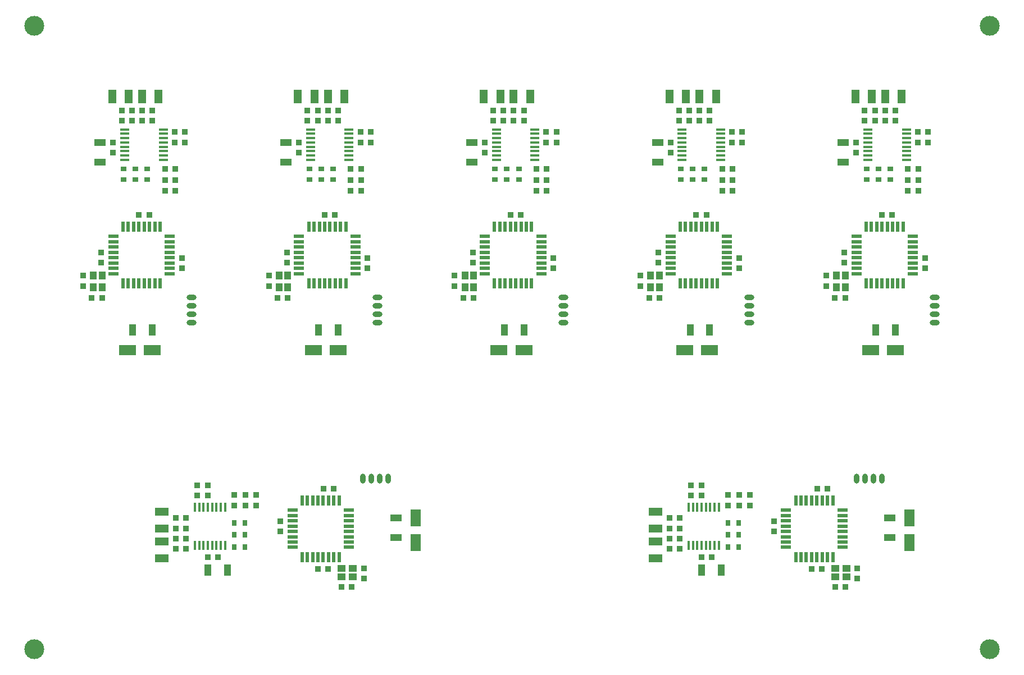
<source format=gtp>
G04*
G04 #@! TF.GenerationSoftware,Altium Limited,Altium Designer,20.2.6 (244)*
G04*
G04 Layer_Color=8421504*
%FSLAX25Y25*%
%MOIN*%
G70*
G04*
G04 #@! TF.SameCoordinates,E18C8A27-7A4C-4C86-8F13-DB4CBD3CA756*
G04*
G04*
G04 #@! TF.FilePolarity,Positive*
G04*
G01*
G75*
%ADD10C,0.11811*%
%ADD11R,0.05906X0.02362*%
%ADD12R,0.02362X0.05906*%
%ADD13R,0.03740X0.03543*%
G04:AMPARAMS|DCode=14|XSize=31.5mil|YSize=59.06mil|CornerRadius=15.75mil|HoleSize=0mil|Usage=FLASHONLY|Rotation=360.000|XOffset=0mil|YOffset=0mil|HoleType=Round|Shape=RoundedRectangle|*
%AMROUNDEDRECTD14*
21,1,0.03150,0.02756,0,0,360.0*
21,1,0.00000,0.05906,0,0,360.0*
1,1,0.03150,0.00000,-0.01378*
1,1,0.03150,0.00000,-0.01378*
1,1,0.03150,0.00000,0.01378*
1,1,0.03150,0.00000,0.01378*
%
%ADD14ROUNDEDRECTD14*%
%ADD15R,0.06496X0.09843*%
%ADD16R,0.04528X0.03937*%
%ADD17R,0.03543X0.03740*%
%ADD18R,0.06890X0.04331*%
%ADD19R,0.04331X0.06890*%
%ADD20R,0.03150X0.03740*%
%ADD21R,0.07874X0.04724*%
%ADD22R,0.01772X0.05512*%
%ADD27R,0.03740X0.03543*%
G04:AMPARAMS|DCode=28|XSize=31.5mil|YSize=59.06mil|CornerRadius=15.75mil|HoleSize=0mil|Usage=FLASHONLY|Rotation=0.000|XOffset=0mil|YOffset=0mil|HoleType=Round|Shape=RoundedRectangle|*
%AMROUNDEDRECTD28*
21,1,0.03150,0.02756,0,0,0.0*
21,1,0.00000,0.05906,0,0,0.0*
1,1,0.03150,0.00000,-0.01378*
1,1,0.03150,0.00000,-0.01378*
1,1,0.03150,0.00000,0.01378*
1,1,0.03150,0.00000,0.01378*
%
%ADD28ROUNDEDRECTD28*%
%ADD29R,0.06496X0.09843*%
%ADD30R,0.04528X0.03937*%
%ADD31R,0.07874X0.04724*%
%ADD32R,0.01772X0.05512*%
G04:AMPARAMS|DCode=33|XSize=31.5mil|YSize=59.06mil|CornerRadius=15.75mil|HoleSize=0mil|Usage=FLASHONLY|Rotation=270.000|XOffset=0mil|YOffset=0mil|HoleType=Round|Shape=RoundedRectangle|*
%AMROUNDEDRECTD33*
21,1,0.03150,0.02756,0,0,270.0*
21,1,0.00000,0.05906,0,0,270.0*
1,1,0.03150,-0.01378,0.00000*
1,1,0.03150,-0.01378,0.00000*
1,1,0.03150,0.01378,0.00000*
1,1,0.03150,0.01378,0.00000*
%
%ADD33ROUNDEDRECTD33*%
%ADD34R,0.09843X0.06496*%
%ADD35R,0.03937X0.04528*%
%ADD36R,0.03740X0.03150*%
%ADD37R,0.04724X0.07874*%
%ADD38R,0.05512X0.01772*%
D10*
X11811Y11811D02*
D03*
X578740Y11811D02*
D03*
Y381890D02*
D03*
X11811Y381890D02*
D03*
D11*
X491390Y91092D02*
D03*
Y87942D02*
D03*
Y94242D02*
D03*
Y81643D02*
D03*
Y78494D02*
D03*
Y84793D02*
D03*
Y75344D02*
D03*
Y72194D02*
D03*
X457926Y94242D02*
D03*
Y87942D02*
D03*
Y84793D02*
D03*
Y91092D02*
D03*
Y78494D02*
D03*
Y75344D02*
D03*
Y81643D02*
D03*
Y72194D02*
D03*
X198413Y91092D02*
D03*
Y87942D02*
D03*
Y94242D02*
D03*
Y81643D02*
D03*
Y78494D02*
D03*
Y84793D02*
D03*
Y75344D02*
D03*
Y72194D02*
D03*
X164949Y94242D02*
D03*
Y87942D02*
D03*
Y84793D02*
D03*
Y91092D02*
D03*
Y78494D02*
D03*
Y75344D02*
D03*
Y81643D02*
D03*
Y72194D02*
D03*
X92161Y247431D02*
D03*
Y244282D02*
D03*
Y250581D02*
D03*
Y237983D02*
D03*
Y234833D02*
D03*
Y241132D02*
D03*
X58697Y234833D02*
D03*
Y247431D02*
D03*
Y244282D02*
D03*
Y250581D02*
D03*
Y237983D02*
D03*
Y241132D02*
D03*
X92161Y256880D02*
D03*
Y253731D02*
D03*
X58697D02*
D03*
Y256880D02*
D03*
X202398Y247431D02*
D03*
Y244282D02*
D03*
Y250581D02*
D03*
Y237983D02*
D03*
Y234833D02*
D03*
Y241132D02*
D03*
X168933Y234833D02*
D03*
Y247431D02*
D03*
Y244282D02*
D03*
Y250581D02*
D03*
Y237983D02*
D03*
Y241132D02*
D03*
X202398Y256880D02*
D03*
Y253731D02*
D03*
X168933D02*
D03*
Y256880D02*
D03*
X312634Y247431D02*
D03*
Y244282D02*
D03*
Y250581D02*
D03*
Y237983D02*
D03*
Y234833D02*
D03*
Y241132D02*
D03*
X279169Y234833D02*
D03*
Y247431D02*
D03*
Y244282D02*
D03*
Y250581D02*
D03*
Y237983D02*
D03*
Y241132D02*
D03*
X312634Y256880D02*
D03*
Y253731D02*
D03*
X279169D02*
D03*
Y256880D02*
D03*
X422870Y247431D02*
D03*
Y244282D02*
D03*
Y250581D02*
D03*
Y237983D02*
D03*
Y234833D02*
D03*
Y241132D02*
D03*
X389405Y234833D02*
D03*
Y247431D02*
D03*
Y244282D02*
D03*
Y250581D02*
D03*
Y237983D02*
D03*
Y241132D02*
D03*
X422870Y256880D02*
D03*
Y253731D02*
D03*
X389405D02*
D03*
Y256880D02*
D03*
X533106Y247431D02*
D03*
Y244282D02*
D03*
Y250581D02*
D03*
Y237983D02*
D03*
Y234833D02*
D03*
Y241132D02*
D03*
X499642Y234833D02*
D03*
Y247431D02*
D03*
Y244282D02*
D03*
Y250581D02*
D03*
Y237983D02*
D03*
Y241132D02*
D03*
X533106Y256880D02*
D03*
Y253731D02*
D03*
X499642D02*
D03*
Y256880D02*
D03*
D12*
X473083Y99950D02*
D03*
X476233D02*
D03*
X469934D02*
D03*
X482532D02*
D03*
X485681D02*
D03*
X479382D02*
D03*
X485681Y66486D02*
D03*
X473083D02*
D03*
X476233D02*
D03*
X469934D02*
D03*
X482532D02*
D03*
X479382D02*
D03*
X463634Y99950D02*
D03*
X466784D02*
D03*
Y66486D02*
D03*
X463634D02*
D03*
X180106Y99950D02*
D03*
X183256D02*
D03*
X176957D02*
D03*
X189555D02*
D03*
X192705D02*
D03*
X186405D02*
D03*
X192705Y66486D02*
D03*
X180106D02*
D03*
X183256D02*
D03*
X176957D02*
D03*
X189555D02*
D03*
X186405D02*
D03*
X170657Y99950D02*
D03*
X173807D02*
D03*
Y66486D02*
D03*
X170657D02*
D03*
X83303Y229124D02*
D03*
X80154D02*
D03*
X86453D02*
D03*
X73854D02*
D03*
X70705D02*
D03*
X77004D02*
D03*
X67555D02*
D03*
X64406D02*
D03*
X86453Y262589D02*
D03*
X80154D02*
D03*
X77004D02*
D03*
X83303D02*
D03*
X70705D02*
D03*
X67555D02*
D03*
X73854D02*
D03*
X64406D02*
D03*
X193539Y229124D02*
D03*
X190390D02*
D03*
X196689D02*
D03*
X184090D02*
D03*
X180941D02*
D03*
X187240D02*
D03*
X177791D02*
D03*
X174642D02*
D03*
X196689Y262589D02*
D03*
X190390D02*
D03*
X187240D02*
D03*
X193539D02*
D03*
X180941D02*
D03*
X177791D02*
D03*
X184090D02*
D03*
X174642D02*
D03*
X303776Y229124D02*
D03*
X300626D02*
D03*
X306925D02*
D03*
X294327D02*
D03*
X291177D02*
D03*
X297476D02*
D03*
X288028D02*
D03*
X284878D02*
D03*
X306925Y262589D02*
D03*
X300626D02*
D03*
X297476D02*
D03*
X303776D02*
D03*
X291177D02*
D03*
X288028D02*
D03*
X294327D02*
D03*
X284878D02*
D03*
X414012Y229124D02*
D03*
X410862D02*
D03*
X417161D02*
D03*
X404563D02*
D03*
X401413D02*
D03*
X407713D02*
D03*
X398264D02*
D03*
X395114D02*
D03*
X417161Y262589D02*
D03*
X410862D02*
D03*
X407713D02*
D03*
X414012D02*
D03*
X401413D02*
D03*
X398264D02*
D03*
X404563D02*
D03*
X395114D02*
D03*
X524248Y229124D02*
D03*
X521098D02*
D03*
X527398D02*
D03*
X514799D02*
D03*
X511650D02*
D03*
X517949D02*
D03*
X508500D02*
D03*
X505350D02*
D03*
X527398Y262589D02*
D03*
X521098D02*
D03*
X517949D02*
D03*
X524248D02*
D03*
X511650D02*
D03*
X508500D02*
D03*
X514799D02*
D03*
X505350D02*
D03*
D13*
X450780Y87746D02*
D03*
Y81643D02*
D03*
X500248Y59793D02*
D03*
Y53691D02*
D03*
X407670Y109005D02*
D03*
Y102903D02*
D03*
X401469D02*
D03*
Y109005D02*
D03*
X423516Y103199D02*
D03*
Y97096D02*
D03*
X430012Y103199D02*
D03*
Y97096D02*
D03*
X394776Y89616D02*
D03*
Y83513D02*
D03*
X388674D02*
D03*
Y89616D02*
D03*
X436508Y103199D02*
D03*
Y97096D02*
D03*
X108492Y102903D02*
D03*
Y109005D02*
D03*
X101799Y89616D02*
D03*
Y83513D02*
D03*
X95697D02*
D03*
Y89616D02*
D03*
X51512Y241329D02*
D03*
Y247431D02*
D03*
X40783Y227451D02*
D03*
Y233554D02*
D03*
X99346Y237983D02*
D03*
Y244085D02*
D03*
X63618Y325739D02*
D03*
Y331841D02*
D03*
X69721Y325739D02*
D03*
Y331841D02*
D03*
X58598Y312747D02*
D03*
Y306644D02*
D03*
X161748Y241329D02*
D03*
Y247431D02*
D03*
X151020Y227451D02*
D03*
Y233554D02*
D03*
X209583Y237983D02*
D03*
Y244085D02*
D03*
X173854Y325739D02*
D03*
Y331841D02*
D03*
X179957Y325739D02*
D03*
Y331841D02*
D03*
X168835Y312747D02*
D03*
Y306644D02*
D03*
X271984Y241329D02*
D03*
Y247431D02*
D03*
X261256Y227451D02*
D03*
Y233554D02*
D03*
X319819Y237983D02*
D03*
Y244085D02*
D03*
X284090Y325739D02*
D03*
Y331841D02*
D03*
X290193Y325739D02*
D03*
Y331841D02*
D03*
X279071Y312747D02*
D03*
Y306644D02*
D03*
X382220Y241329D02*
D03*
Y247431D02*
D03*
X371492Y227451D02*
D03*
Y233554D02*
D03*
X430055Y237983D02*
D03*
Y244085D02*
D03*
X394327Y325739D02*
D03*
Y331841D02*
D03*
X400429Y325739D02*
D03*
Y331841D02*
D03*
X389307Y312747D02*
D03*
Y306644D02*
D03*
X492457Y241329D02*
D03*
Y247431D02*
D03*
X481728Y227451D02*
D03*
Y233554D02*
D03*
X540291Y237983D02*
D03*
Y244085D02*
D03*
X504563Y325739D02*
D03*
Y331841D02*
D03*
X510665Y325739D02*
D03*
Y331841D02*
D03*
X499543Y312747D02*
D03*
Y306644D02*
D03*
D14*
X499874Y113041D02*
D03*
X504874D02*
D03*
X509874D02*
D03*
X514874D02*
D03*
D15*
X531095Y89655D02*
D03*
Y74891D02*
D03*
D16*
X493851Y59793D02*
D03*
Y54675D02*
D03*
X486961Y59793D02*
D03*
Y54675D02*
D03*
D17*
X479185Y59301D02*
D03*
X473083D02*
D03*
X493063Y48572D02*
D03*
X486961D02*
D03*
X482532Y107135D02*
D03*
X476430D02*
D03*
X394776Y71407D02*
D03*
X388674D02*
D03*
X394776Y77509D02*
D03*
X388674D02*
D03*
X407768Y66387D02*
D03*
X413870D02*
D03*
X186209Y59301D02*
D03*
X180106D02*
D03*
X200086Y48572D02*
D03*
X193984D02*
D03*
X189555Y107135D02*
D03*
X183453D02*
D03*
X101799Y71407D02*
D03*
X95697D02*
D03*
X101799Y77509D02*
D03*
X95697D02*
D03*
X114791Y66387D02*
D03*
X120894D02*
D03*
X79957Y269735D02*
D03*
X73854D02*
D03*
X52004Y220266D02*
D03*
X45902D02*
D03*
X101216Y312845D02*
D03*
X95114D02*
D03*
Y319046D02*
D03*
X101216D02*
D03*
X95409Y296998D02*
D03*
X89307D02*
D03*
X95409Y290502D02*
D03*
X89307D02*
D03*
X81827Y325739D02*
D03*
X75724D02*
D03*
Y331841D02*
D03*
X81827D02*
D03*
X95409Y284006D02*
D03*
X89307D02*
D03*
X190193Y269735D02*
D03*
X184090D02*
D03*
X162240Y220266D02*
D03*
X156138D02*
D03*
X211453Y312845D02*
D03*
X205350D02*
D03*
Y319046D02*
D03*
X211453D02*
D03*
X205646Y296998D02*
D03*
X199543D02*
D03*
X205646Y290502D02*
D03*
X199543D02*
D03*
X192063Y325739D02*
D03*
X185961D02*
D03*
Y331841D02*
D03*
X192063D02*
D03*
X205646Y284006D02*
D03*
X199543D02*
D03*
X300429Y269735D02*
D03*
X294327D02*
D03*
X272476Y220266D02*
D03*
X266374D02*
D03*
X321689Y312845D02*
D03*
X315587D02*
D03*
Y319046D02*
D03*
X321689D02*
D03*
X315882Y296998D02*
D03*
X309780D02*
D03*
X315882Y290502D02*
D03*
X309780D02*
D03*
X302299Y325739D02*
D03*
X296197D02*
D03*
Y331841D02*
D03*
X302299D02*
D03*
X315882Y284006D02*
D03*
X309780D02*
D03*
X410665Y269735D02*
D03*
X404563D02*
D03*
X382713Y220266D02*
D03*
X376610D02*
D03*
X431925Y312845D02*
D03*
X425823D02*
D03*
Y319046D02*
D03*
X431925D02*
D03*
X426118Y296998D02*
D03*
X420016D02*
D03*
X426118Y290502D02*
D03*
X420016D02*
D03*
X412535Y325739D02*
D03*
X406433D02*
D03*
Y331841D02*
D03*
X412535D02*
D03*
X426118Y284006D02*
D03*
X420016D02*
D03*
X520902Y269735D02*
D03*
X514799D02*
D03*
X492949Y220266D02*
D03*
X486846D02*
D03*
X542161Y312845D02*
D03*
X536059D02*
D03*
Y319046D02*
D03*
X542161D02*
D03*
X536354Y296998D02*
D03*
X530252D02*
D03*
X536354Y290502D02*
D03*
X530252D02*
D03*
X522772Y325739D02*
D03*
X516669D02*
D03*
Y331841D02*
D03*
X522772D02*
D03*
X536354Y284006D02*
D03*
X530252D02*
D03*
D18*
X519284Y78041D02*
D03*
Y89655D02*
D03*
X226307Y78041D02*
D03*
Y89655D02*
D03*
X50921Y312747D02*
D03*
Y301132D02*
D03*
X161158Y312747D02*
D03*
Y301132D02*
D03*
X271394Y312747D02*
D03*
Y301132D02*
D03*
X381630Y312747D02*
D03*
Y301132D02*
D03*
X491866Y312747D02*
D03*
Y301132D02*
D03*
D19*
X407768Y58710D02*
D03*
X419382D02*
D03*
X114791Y58710D02*
D03*
X126405D02*
D03*
X70252Y201231D02*
D03*
X81866D02*
D03*
X180488D02*
D03*
X192102D02*
D03*
X290724D02*
D03*
X302339D02*
D03*
X400961D02*
D03*
X412575D02*
D03*
X511197D02*
D03*
X522811D02*
D03*
D20*
X423516Y86663D02*
D03*
X429815D02*
D03*
X423516Y79576D02*
D03*
X429815D02*
D03*
X423516Y72490D02*
D03*
X429815D02*
D03*
X130539Y86663D02*
D03*
X136838D02*
D03*
X130539Y79576D02*
D03*
X136838D02*
D03*
X130539Y72490D02*
D03*
X136838D02*
D03*
D21*
X380504Y93356D02*
D03*
Y83513D02*
D03*
Y75639D02*
D03*
Y65797D02*
D03*
D22*
X402650Y73277D02*
D03*
X400091D02*
D03*
Y96112D02*
D03*
X402650D02*
D03*
X405209D02*
D03*
X410327Y73277D02*
D03*
X405209D02*
D03*
X407768D02*
D03*
X412886D02*
D03*
X415445D02*
D03*
X418004D02*
D03*
X412886Y96112D02*
D03*
X415445D02*
D03*
X407768D02*
D03*
X410327D02*
D03*
X418004D02*
D03*
D27*
X157803Y87746D02*
D03*
Y81643D02*
D03*
X207272Y59793D02*
D03*
Y53691D02*
D03*
X114693Y109005D02*
D03*
Y102903D02*
D03*
X130539Y103198D02*
D03*
Y97096D02*
D03*
X137035Y103198D02*
D03*
Y97096D02*
D03*
X143531Y103198D02*
D03*
Y97096D02*
D03*
D28*
X206898Y113041D02*
D03*
X211898D02*
D03*
X216898D02*
D03*
X221898D02*
D03*
D29*
X238118Y89655D02*
D03*
Y74891D02*
D03*
D30*
X200874Y59793D02*
D03*
Y54675D02*
D03*
X193984Y59793D02*
D03*
Y54675D02*
D03*
D31*
X87528Y93356D02*
D03*
Y83513D02*
D03*
Y75639D02*
D03*
Y65797D02*
D03*
D32*
X109673Y73277D02*
D03*
X107114D02*
D03*
Y96112D02*
D03*
X109673D02*
D03*
X112232D02*
D03*
X117350Y73277D02*
D03*
X112232D02*
D03*
X114791D02*
D03*
X119909D02*
D03*
X122468D02*
D03*
X125028D02*
D03*
X119909Y96112D02*
D03*
X122468D02*
D03*
X114791D02*
D03*
X117350D02*
D03*
X125028D02*
D03*
D33*
X105252Y220640D02*
D03*
Y215640D02*
D03*
Y210640D02*
D03*
Y205640D02*
D03*
X215488Y220640D02*
D03*
Y215640D02*
D03*
Y210640D02*
D03*
Y205640D02*
D03*
X325724Y220640D02*
D03*
Y215640D02*
D03*
Y210640D02*
D03*
Y205640D02*
D03*
X435960Y220640D02*
D03*
Y215640D02*
D03*
Y210640D02*
D03*
Y205640D02*
D03*
X546197Y220640D02*
D03*
Y215640D02*
D03*
Y210640D02*
D03*
Y205640D02*
D03*
D34*
X81866Y189420D02*
D03*
X67102D02*
D03*
X192102D02*
D03*
X177339D02*
D03*
X302339D02*
D03*
X287575D02*
D03*
X412575D02*
D03*
X397811D02*
D03*
X522811D02*
D03*
X508047D02*
D03*
D35*
X52004Y226664D02*
D03*
X46886D02*
D03*
X52004Y233554D02*
D03*
X46886D02*
D03*
X162240Y226664D02*
D03*
X157122D02*
D03*
X162240Y233554D02*
D03*
X157122D02*
D03*
X272476Y226664D02*
D03*
X267358D02*
D03*
X272476Y233554D02*
D03*
X267358D02*
D03*
X382713Y226664D02*
D03*
X377594D02*
D03*
X382713Y233554D02*
D03*
X377594D02*
D03*
X492949Y226664D02*
D03*
X487831D02*
D03*
X492949Y233554D02*
D03*
X487831D02*
D03*
D36*
X78874Y296999D02*
D03*
Y290699D02*
D03*
X71787Y296999D02*
D03*
Y290699D02*
D03*
X64701Y296999D02*
D03*
Y290699D02*
D03*
X189110Y296999D02*
D03*
Y290699D02*
D03*
X182024Y296999D02*
D03*
Y290699D02*
D03*
X174937Y296999D02*
D03*
Y290699D02*
D03*
X299346Y296999D02*
D03*
Y290699D02*
D03*
X292260Y296999D02*
D03*
Y290699D02*
D03*
X285173Y296999D02*
D03*
Y290699D02*
D03*
X409583Y296999D02*
D03*
Y290699D02*
D03*
X402496Y296999D02*
D03*
Y290699D02*
D03*
X395409Y296999D02*
D03*
Y290699D02*
D03*
X519819Y296999D02*
D03*
Y290699D02*
D03*
X512732Y296999D02*
D03*
Y290699D02*
D03*
X505646Y296999D02*
D03*
Y290699D02*
D03*
D37*
X85567Y340010D02*
D03*
X75724D02*
D03*
X67850D02*
D03*
X58008D02*
D03*
X195803D02*
D03*
X185961D02*
D03*
X178087D02*
D03*
X168244D02*
D03*
X306039D02*
D03*
X296197D02*
D03*
X288323D02*
D03*
X278480D02*
D03*
X416276D02*
D03*
X406433D02*
D03*
X398559D02*
D03*
X388717D02*
D03*
X526512D02*
D03*
X516669D02*
D03*
X508795D02*
D03*
X498953D02*
D03*
D38*
X65488Y317865D02*
D03*
Y320424D02*
D03*
X88323D02*
D03*
Y317865D02*
D03*
Y315305D02*
D03*
X65488Y310187D02*
D03*
Y315305D02*
D03*
Y312747D02*
D03*
Y307628D02*
D03*
Y305069D02*
D03*
Y302510D02*
D03*
X88323Y307628D02*
D03*
Y305069D02*
D03*
Y312747D02*
D03*
Y310187D02*
D03*
Y302510D02*
D03*
X175724Y317865D02*
D03*
Y320424D02*
D03*
X198559D02*
D03*
Y317865D02*
D03*
Y315305D02*
D03*
X175724Y310187D02*
D03*
Y315305D02*
D03*
Y312747D02*
D03*
Y307628D02*
D03*
Y305069D02*
D03*
Y302510D02*
D03*
X198559Y307628D02*
D03*
Y305069D02*
D03*
Y312747D02*
D03*
Y310187D02*
D03*
Y302510D02*
D03*
X285961Y317865D02*
D03*
Y320424D02*
D03*
X308795D02*
D03*
Y317865D02*
D03*
Y315305D02*
D03*
X285961Y310187D02*
D03*
Y315305D02*
D03*
Y312747D02*
D03*
Y307628D02*
D03*
Y305069D02*
D03*
Y302510D02*
D03*
X308795Y307628D02*
D03*
Y305069D02*
D03*
Y312747D02*
D03*
Y310187D02*
D03*
Y302510D02*
D03*
X396197Y317865D02*
D03*
Y320424D02*
D03*
X419031D02*
D03*
Y317865D02*
D03*
Y315305D02*
D03*
X396197Y310187D02*
D03*
Y315305D02*
D03*
Y312747D02*
D03*
Y307628D02*
D03*
Y305069D02*
D03*
Y302510D02*
D03*
X419031Y307628D02*
D03*
Y305069D02*
D03*
Y312747D02*
D03*
Y310187D02*
D03*
Y302510D02*
D03*
X506433Y317865D02*
D03*
Y320424D02*
D03*
X529268D02*
D03*
Y317865D02*
D03*
Y315305D02*
D03*
X506433Y310187D02*
D03*
Y315305D02*
D03*
Y312747D02*
D03*
Y307628D02*
D03*
Y305069D02*
D03*
Y302510D02*
D03*
X529268Y307628D02*
D03*
Y305069D02*
D03*
Y312747D02*
D03*
Y310187D02*
D03*
Y302510D02*
D03*
M02*

</source>
